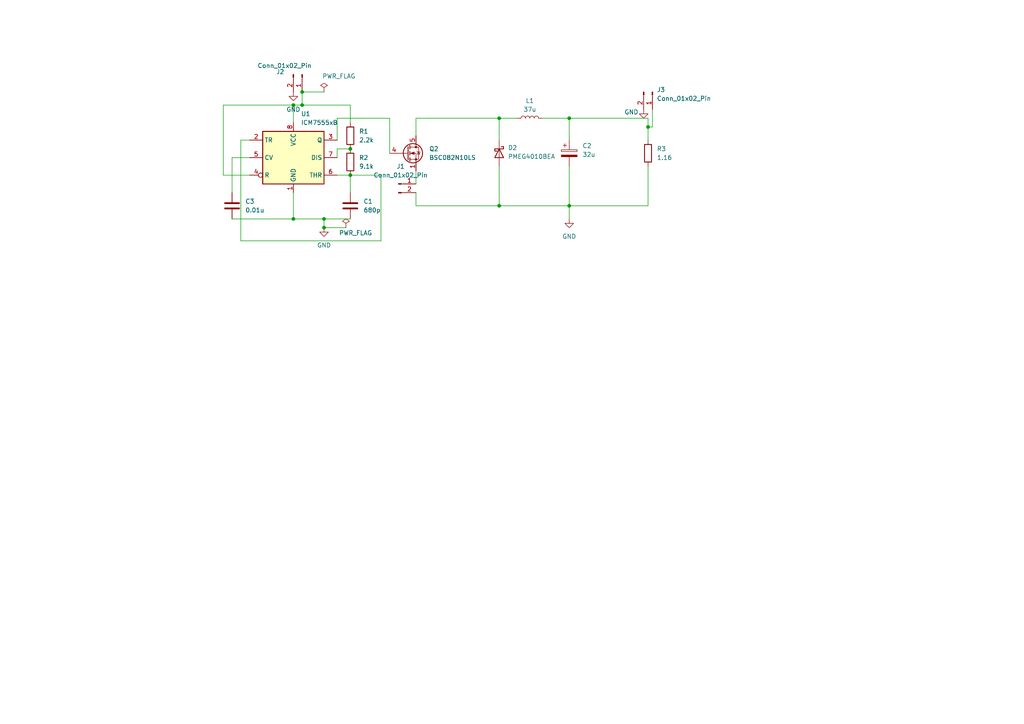
<source format=kicad_sch>
(kicad_sch
	(version 20231120)
	(generator "eeschema")
	(generator_version "8.0")
	(uuid "0f7327a1-8d3a-4ca4-9b7e-fc1bdb38d4ed")
	(paper "A4")
	(lib_symbols
		(symbol "Connector:Conn_01x02_Pin"
			(pin_names
				(offset 1.016) hide)
			(exclude_from_sim no)
			(in_bom yes)
			(on_board yes)
			(property "Reference" "J"
				(at 0 2.54 0)
				(effects
					(font
						(size 1.27 1.27)
					)
				)
			)
			(property "Value" "Conn_01x02_Pin"
				(at 0 -5.08 0)
				(effects
					(font
						(size 1.27 1.27)
					)
				)
			)
			(property "Footprint" ""
				(at 0 0 0)
				(effects
					(font
						(size 1.27 1.27)
					)
					(hide yes)
				)
			)
			(property "Datasheet" "~"
				(at 0 0 0)
				(effects
					(font
						(size 1.27 1.27)
					)
					(hide yes)
				)
			)
			(property "Description" "Generic connector, single row, 01x02, script generated"
				(at 0 0 0)
				(effects
					(font
						(size 1.27 1.27)
					)
					(hide yes)
				)
			)
			(property "ki_locked" ""
				(at 0 0 0)
				(effects
					(font
						(size 1.27 1.27)
					)
				)
			)
			(property "ki_keywords" "connector"
				(at 0 0 0)
				(effects
					(font
						(size 1.27 1.27)
					)
					(hide yes)
				)
			)
			(property "ki_fp_filters" "Connector*:*_1x??_*"
				(at 0 0 0)
				(effects
					(font
						(size 1.27 1.27)
					)
					(hide yes)
				)
			)
			(symbol "Conn_01x02_Pin_1_1"
				(polyline
					(pts
						(xy 1.27 -2.54) (xy 0.8636 -2.54)
					)
					(stroke
						(width 0.1524)
						(type default)
					)
					(fill
						(type none)
					)
				)
				(polyline
					(pts
						(xy 1.27 0) (xy 0.8636 0)
					)
					(stroke
						(width 0.1524)
						(type default)
					)
					(fill
						(type none)
					)
				)
				(rectangle
					(start 0.8636 -2.413)
					(end 0 -2.667)
					(stroke
						(width 0.1524)
						(type default)
					)
					(fill
						(type outline)
					)
				)
				(rectangle
					(start 0.8636 0.127)
					(end 0 -0.127)
					(stroke
						(width 0.1524)
						(type default)
					)
					(fill
						(type outline)
					)
				)
				(pin passive line
					(at 5.08 0 180)
					(length 3.81)
					(name "Pin_1"
						(effects
							(font
								(size 1.27 1.27)
							)
						)
					)
					(number "1"
						(effects
							(font
								(size 1.27 1.27)
							)
						)
					)
				)
				(pin passive line
					(at 5.08 -2.54 180)
					(length 3.81)
					(name "Pin_2"
						(effects
							(font
								(size 1.27 1.27)
							)
						)
					)
					(number "2"
						(effects
							(font
								(size 1.27 1.27)
							)
						)
					)
				)
			)
		)
		(symbol "Device:C"
			(pin_numbers hide)
			(pin_names
				(offset 0.254)
			)
			(exclude_from_sim no)
			(in_bom yes)
			(on_board yes)
			(property "Reference" "C"
				(at 0.635 2.54 0)
				(effects
					(font
						(size 1.27 1.27)
					)
					(justify left)
				)
			)
			(property "Value" "C"
				(at 0.635 -2.54 0)
				(effects
					(font
						(size 1.27 1.27)
					)
					(justify left)
				)
			)
			(property "Footprint" ""
				(at 0.9652 -3.81 0)
				(effects
					(font
						(size 1.27 1.27)
					)
					(hide yes)
				)
			)
			(property "Datasheet" "~"
				(at 0 0 0)
				(effects
					(font
						(size 1.27 1.27)
					)
					(hide yes)
				)
			)
			(property "Description" "Unpolarized capacitor"
				(at 0 0 0)
				(effects
					(font
						(size 1.27 1.27)
					)
					(hide yes)
				)
			)
			(property "ki_keywords" "cap capacitor"
				(at 0 0 0)
				(effects
					(font
						(size 1.27 1.27)
					)
					(hide yes)
				)
			)
			(property "ki_fp_filters" "C_*"
				(at 0 0 0)
				(effects
					(font
						(size 1.27 1.27)
					)
					(hide yes)
				)
			)
			(symbol "C_0_1"
				(polyline
					(pts
						(xy -2.032 -0.762) (xy 2.032 -0.762)
					)
					(stroke
						(width 0.508)
						(type default)
					)
					(fill
						(type none)
					)
				)
				(polyline
					(pts
						(xy -2.032 0.762) (xy 2.032 0.762)
					)
					(stroke
						(width 0.508)
						(type default)
					)
					(fill
						(type none)
					)
				)
			)
			(symbol "C_1_1"
				(pin passive line
					(at 0 3.81 270)
					(length 2.794)
					(name "~"
						(effects
							(font
								(size 1.27 1.27)
							)
						)
					)
					(number "1"
						(effects
							(font
								(size 1.27 1.27)
							)
						)
					)
				)
				(pin passive line
					(at 0 -3.81 90)
					(length 2.794)
					(name "~"
						(effects
							(font
								(size 1.27 1.27)
							)
						)
					)
					(number "2"
						(effects
							(font
								(size 1.27 1.27)
							)
						)
					)
				)
			)
		)
		(symbol "Device:C_Polarized"
			(pin_numbers hide)
			(pin_names
				(offset 0.254)
			)
			(exclude_from_sim no)
			(in_bom yes)
			(on_board yes)
			(property "Reference" "C"
				(at 0.635 2.54 0)
				(effects
					(font
						(size 1.27 1.27)
					)
					(justify left)
				)
			)
			(property "Value" "C_Polarized"
				(at 0.635 -2.54 0)
				(effects
					(font
						(size 1.27 1.27)
					)
					(justify left)
				)
			)
			(property "Footprint" ""
				(at 0.9652 -3.81 0)
				(effects
					(font
						(size 1.27 1.27)
					)
					(hide yes)
				)
			)
			(property "Datasheet" "~"
				(at 0 0 0)
				(effects
					(font
						(size 1.27 1.27)
					)
					(hide yes)
				)
			)
			(property "Description" "Polarized capacitor"
				(at 0 0 0)
				(effects
					(font
						(size 1.27 1.27)
					)
					(hide yes)
				)
			)
			(property "ki_keywords" "cap capacitor"
				(at 0 0 0)
				(effects
					(font
						(size 1.27 1.27)
					)
					(hide yes)
				)
			)
			(property "ki_fp_filters" "CP_*"
				(at 0 0 0)
				(effects
					(font
						(size 1.27 1.27)
					)
					(hide yes)
				)
			)
			(symbol "C_Polarized_0_1"
				(rectangle
					(start -2.286 0.508)
					(end 2.286 1.016)
					(stroke
						(width 0)
						(type default)
					)
					(fill
						(type none)
					)
				)
				(polyline
					(pts
						(xy -1.778 2.286) (xy -0.762 2.286)
					)
					(stroke
						(width 0)
						(type default)
					)
					(fill
						(type none)
					)
				)
				(polyline
					(pts
						(xy -1.27 2.794) (xy -1.27 1.778)
					)
					(stroke
						(width 0)
						(type default)
					)
					(fill
						(type none)
					)
				)
				(rectangle
					(start 2.286 -0.508)
					(end -2.286 -1.016)
					(stroke
						(width 0)
						(type default)
					)
					(fill
						(type outline)
					)
				)
			)
			(symbol "C_Polarized_1_1"
				(pin passive line
					(at 0 3.81 270)
					(length 2.794)
					(name "~"
						(effects
							(font
								(size 1.27 1.27)
							)
						)
					)
					(number "1"
						(effects
							(font
								(size 1.27 1.27)
							)
						)
					)
				)
				(pin passive line
					(at 0 -3.81 90)
					(length 2.794)
					(name "~"
						(effects
							(font
								(size 1.27 1.27)
							)
						)
					)
					(number "2"
						(effects
							(font
								(size 1.27 1.27)
							)
						)
					)
				)
			)
		)
		(symbol "Device:L"
			(pin_numbers hide)
			(pin_names
				(offset 1.016) hide)
			(exclude_from_sim no)
			(in_bom yes)
			(on_board yes)
			(property "Reference" "L"
				(at -1.27 0 90)
				(effects
					(font
						(size 1.27 1.27)
					)
				)
			)
			(property "Value" "L"
				(at 1.905 0 90)
				(effects
					(font
						(size 1.27 1.27)
					)
				)
			)
			(property "Footprint" ""
				(at 0 0 0)
				(effects
					(font
						(size 1.27 1.27)
					)
					(hide yes)
				)
			)
			(property "Datasheet" "~"
				(at 0 0 0)
				(effects
					(font
						(size 1.27 1.27)
					)
					(hide yes)
				)
			)
			(property "Description" "Inductor"
				(at 0 0 0)
				(effects
					(font
						(size 1.27 1.27)
					)
					(hide yes)
				)
			)
			(property "ki_keywords" "inductor choke coil reactor magnetic"
				(at 0 0 0)
				(effects
					(font
						(size 1.27 1.27)
					)
					(hide yes)
				)
			)
			(property "ki_fp_filters" "Choke_* *Coil* Inductor_* L_*"
				(at 0 0 0)
				(effects
					(font
						(size 1.27 1.27)
					)
					(hide yes)
				)
			)
			(symbol "L_0_1"
				(arc
					(start 0 -2.54)
					(mid 0.6323 -1.905)
					(end 0 -1.27)
					(stroke
						(width 0)
						(type default)
					)
					(fill
						(type none)
					)
				)
				(arc
					(start 0 -1.27)
					(mid 0.6323 -0.635)
					(end 0 0)
					(stroke
						(width 0)
						(type default)
					)
					(fill
						(type none)
					)
				)
				(arc
					(start 0 0)
					(mid 0.6323 0.635)
					(end 0 1.27)
					(stroke
						(width 0)
						(type default)
					)
					(fill
						(type none)
					)
				)
				(arc
					(start 0 1.27)
					(mid 0.6323 1.905)
					(end 0 2.54)
					(stroke
						(width 0)
						(type default)
					)
					(fill
						(type none)
					)
				)
			)
			(symbol "L_1_1"
				(pin passive line
					(at 0 3.81 270)
					(length 1.27)
					(name "1"
						(effects
							(font
								(size 1.27 1.27)
							)
						)
					)
					(number "1"
						(effects
							(font
								(size 1.27 1.27)
							)
						)
					)
				)
				(pin passive line
					(at 0 -3.81 90)
					(length 1.27)
					(name "2"
						(effects
							(font
								(size 1.27 1.27)
							)
						)
					)
					(number "2"
						(effects
							(font
								(size 1.27 1.27)
							)
						)
					)
				)
			)
		)
		(symbol "Device:R"
			(pin_numbers hide)
			(pin_names
				(offset 0)
			)
			(exclude_from_sim no)
			(in_bom yes)
			(on_board yes)
			(property "Reference" "R"
				(at 2.032 0 90)
				(effects
					(font
						(size 1.27 1.27)
					)
				)
			)
			(property "Value" "R"
				(at 0 0 90)
				(effects
					(font
						(size 1.27 1.27)
					)
				)
			)
			(property "Footprint" ""
				(at -1.778 0 90)
				(effects
					(font
						(size 1.27 1.27)
					)
					(hide yes)
				)
			)
			(property "Datasheet" "~"
				(at 0 0 0)
				(effects
					(font
						(size 1.27 1.27)
					)
					(hide yes)
				)
			)
			(property "Description" "Resistor"
				(at 0 0 0)
				(effects
					(font
						(size 1.27 1.27)
					)
					(hide yes)
				)
			)
			(property "ki_keywords" "R res resistor"
				(at 0 0 0)
				(effects
					(font
						(size 1.27 1.27)
					)
					(hide yes)
				)
			)
			(property "ki_fp_filters" "R_*"
				(at 0 0 0)
				(effects
					(font
						(size 1.27 1.27)
					)
					(hide yes)
				)
			)
			(symbol "R_0_1"
				(rectangle
					(start -1.016 -2.54)
					(end 1.016 2.54)
					(stroke
						(width 0.254)
						(type default)
					)
					(fill
						(type none)
					)
				)
			)
			(symbol "R_1_1"
				(pin passive line
					(at 0 3.81 270)
					(length 1.27)
					(name "~"
						(effects
							(font
								(size 1.27 1.27)
							)
						)
					)
					(number "1"
						(effects
							(font
								(size 1.27 1.27)
							)
						)
					)
				)
				(pin passive line
					(at 0 -3.81 90)
					(length 1.27)
					(name "~"
						(effects
							(font
								(size 1.27 1.27)
							)
						)
					)
					(number "2"
						(effects
							(font
								(size 1.27 1.27)
							)
						)
					)
				)
			)
		)
		(symbol "Diode:MBR0540"
			(pin_numbers hide)
			(pin_names
				(offset 1.016) hide)
			(exclude_from_sim no)
			(in_bom yes)
			(on_board yes)
			(property "Reference" "D"
				(at 0 2.54 0)
				(effects
					(font
						(size 1.27 1.27)
					)
				)
			)
			(property "Value" "MBR0540"
				(at 0 -2.54 0)
				(effects
					(font
						(size 1.27 1.27)
					)
				)
			)
			(property "Footprint" "Diode_SMD:D_SOD-123"
				(at 0 -4.445 0)
				(effects
					(font
						(size 1.27 1.27)
					)
					(hide yes)
				)
			)
			(property "Datasheet" "http://www.mccsemi.com/up_pdf/MBR0520~MBR0580(SOD123).pdf"
				(at 0 0 0)
				(effects
					(font
						(size 1.27 1.27)
					)
					(hide yes)
				)
			)
			(property "Description" "40V 0.5A Schottky Power Rectifier Diode, SOD-123"
				(at 0 0 0)
				(effects
					(font
						(size 1.27 1.27)
					)
					(hide yes)
				)
			)
			(property "ki_keywords" "diode Schottky"
				(at 0 0 0)
				(effects
					(font
						(size 1.27 1.27)
					)
					(hide yes)
				)
			)
			(property "ki_fp_filters" "D*SOD?123*"
				(at 0 0 0)
				(effects
					(font
						(size 1.27 1.27)
					)
					(hide yes)
				)
			)
			(symbol "MBR0540_0_1"
				(polyline
					(pts
						(xy 1.27 0) (xy -1.27 0)
					)
					(stroke
						(width 0)
						(type default)
					)
					(fill
						(type none)
					)
				)
				(polyline
					(pts
						(xy 1.27 1.27) (xy 1.27 -1.27) (xy -1.27 0) (xy 1.27 1.27)
					)
					(stroke
						(width 0.254)
						(type default)
					)
					(fill
						(type none)
					)
				)
				(polyline
					(pts
						(xy -1.905 0.635) (xy -1.905 1.27) (xy -1.27 1.27) (xy -1.27 -1.27) (xy -0.635 -1.27) (xy -0.635 -0.635)
					)
					(stroke
						(width 0.254)
						(type default)
					)
					(fill
						(type none)
					)
				)
			)
			(symbol "MBR0540_1_1"
				(pin passive line
					(at -3.81 0 0)
					(length 2.54)
					(name "K"
						(effects
							(font
								(size 1.27 1.27)
							)
						)
					)
					(number "1"
						(effects
							(font
								(size 1.27 1.27)
							)
						)
					)
				)
				(pin passive line
					(at 3.81 0 180)
					(length 2.54)
					(name "A"
						(effects
							(font
								(size 1.27 1.27)
							)
						)
					)
					(number "2"
						(effects
							(font
								(size 1.27 1.27)
							)
						)
					)
				)
			)
		)
		(symbol "Timer:ICM7555xB"
			(exclude_from_sim no)
			(in_bom yes)
			(on_board yes)
			(property "Reference" "U"
				(at -10.16 8.89 0)
				(effects
					(font
						(size 1.27 1.27)
					)
					(justify left)
				)
			)
			(property "Value" "ICM7555xB"
				(at 2.54 8.89 0)
				(effects
					(font
						(size 1.27 1.27)
					)
					(justify left)
				)
			)
			(property "Footprint" "Package_SO:SOIC-8_3.9x4.9mm_P1.27mm"
				(at 21.59 -10.16 0)
				(effects
					(font
						(size 1.27 1.27)
					)
					(hide yes)
				)
			)
			(property "Datasheet" "http://www.intersil.com/content/dam/Intersil/documents/icm7/icm7555-56.pdf"
				(at 21.59 -10.16 0)
				(effects
					(font
						(size 1.27 1.27)
					)
					(hide yes)
				)
			)
			(property "Description" "CMOS General Purpose Timer, 555 compatible, SOIC-8"
				(at 0 0 0)
				(effects
					(font
						(size 1.27 1.27)
					)
					(hide yes)
				)
			)
			(property "ki_keywords" "single timer 555"
				(at 0 0 0)
				(effects
					(font
						(size 1.27 1.27)
					)
					(hide yes)
				)
			)
			(property "ki_fp_filters" "SOIC*3.9x4.9mm*P1.27mm*"
				(at 0 0 0)
				(effects
					(font
						(size 1.27 1.27)
					)
					(hide yes)
				)
			)
			(symbol "ICM7555xB_0_0"
				(pin power_in line
					(at 0 -10.16 90)
					(length 2.54)
					(name "GND"
						(effects
							(font
								(size 1.27 1.27)
							)
						)
					)
					(number "1"
						(effects
							(font
								(size 1.27 1.27)
							)
						)
					)
				)
				(pin power_in line
					(at 0 10.16 270)
					(length 2.54)
					(name "VCC"
						(effects
							(font
								(size 1.27 1.27)
							)
						)
					)
					(number "8"
						(effects
							(font
								(size 1.27 1.27)
							)
						)
					)
				)
			)
			(symbol "ICM7555xB_0_1"
				(rectangle
					(start -8.89 -7.62)
					(end 8.89 7.62)
					(stroke
						(width 0.254)
						(type default)
					)
					(fill
						(type background)
					)
				)
				(rectangle
					(start -8.89 -7.62)
					(end 8.89 7.62)
					(stroke
						(width 0.254)
						(type default)
					)
					(fill
						(type background)
					)
				)
			)
			(symbol "ICM7555xB_1_1"
				(pin input line
					(at -12.7 5.08 0)
					(length 3.81)
					(name "TR"
						(effects
							(font
								(size 1.27 1.27)
							)
						)
					)
					(number "2"
						(effects
							(font
								(size 1.27 1.27)
							)
						)
					)
				)
				(pin output line
					(at 12.7 5.08 180)
					(length 3.81)
					(name "Q"
						(effects
							(font
								(size 1.27 1.27)
							)
						)
					)
					(number "3"
						(effects
							(font
								(size 1.27 1.27)
							)
						)
					)
				)
				(pin input inverted
					(at -12.7 -5.08 0)
					(length 3.81)
					(name "R"
						(effects
							(font
								(size 1.27 1.27)
							)
						)
					)
					(number "4"
						(effects
							(font
								(size 1.27 1.27)
							)
						)
					)
				)
				(pin input line
					(at -12.7 0 0)
					(length 3.81)
					(name "CV"
						(effects
							(font
								(size 1.27 1.27)
							)
						)
					)
					(number "5"
						(effects
							(font
								(size 1.27 1.27)
							)
						)
					)
				)
				(pin input line
					(at 12.7 -5.08 180)
					(length 3.81)
					(name "THR"
						(effects
							(font
								(size 1.27 1.27)
							)
						)
					)
					(number "6"
						(effects
							(font
								(size 1.27 1.27)
							)
						)
					)
				)
				(pin input line
					(at 12.7 0 180)
					(length 3.81)
					(name "DIS"
						(effects
							(font
								(size 1.27 1.27)
							)
						)
					)
					(number "7"
						(effects
							(font
								(size 1.27 1.27)
							)
						)
					)
				)
			)
		)
		(symbol "Transistor_FET:BSC060N10NS3G"
			(pin_names hide)
			(exclude_from_sim no)
			(in_bom yes)
			(on_board yes)
			(property "Reference" "Q"
				(at 5.08 1.905 0)
				(effects
					(font
						(size 1.27 1.27)
					)
					(justify left)
				)
			)
			(property "Value" "BSC060N10NS3G"
				(at 5.08 0 0)
				(effects
					(font
						(size 1.27 1.27)
					)
					(justify left)
				)
			)
			(property "Footprint" "Package_TO_SOT_SMD:TDSON-8-1"
				(at 5.08 -1.905 0)
				(effects
					(font
						(size 1.27 1.27)
						(italic yes)
					)
					(justify left)
					(hide yes)
				)
			)
			(property "Datasheet" "http://www.infineon.com/dgdl/Infineon-BSC060N10NS3-DS-v02_04-en.pdf?fileId=db3a30431ce5fb52011d1aab7f90133a"
				(at 5.08 -3.81 0)
				(effects
					(font
						(size 1.27 1.27)
					)
					(justify left)
					(hide yes)
				)
			)
			(property "Description" "90A Id, 100V Vds, OptiMOS N-Channel Power MOSFET, 6.0mOhm Ron, Qg (typ) 51.0nC, PG-TDSON-8"
				(at 0 0 0)
				(effects
					(font
						(size 1.27 1.27)
					)
					(hide yes)
				)
			)
			(property "ki_keywords" "OptiMOS Power MOSFET N-MOS"
				(at 0 0 0)
				(effects
					(font
						(size 1.27 1.27)
					)
					(hide yes)
				)
			)
			(property "ki_fp_filters" "TDSON*"
				(at 0 0 0)
				(effects
					(font
						(size 1.27 1.27)
					)
					(hide yes)
				)
			)
			(symbol "BSC060N10NS3G_0_1"
				(polyline
					(pts
						(xy 0.254 0) (xy -2.54 0)
					)
					(stroke
						(width 0)
						(type default)
					)
					(fill
						(type none)
					)
				)
				(polyline
					(pts
						(xy 0.254 1.905) (xy 0.254 -1.905)
					)
					(stroke
						(width 0.254)
						(type default)
					)
					(fill
						(type none)
					)
				)
				(polyline
					(pts
						(xy 0.762 -1.27) (xy 0.762 -2.286)
					)
					(stroke
						(width 0.254)
						(type default)
					)
					(fill
						(type none)
					)
				)
				(polyline
					(pts
						(xy 0.762 0.508) (xy 0.762 -0.508)
					)
					(stroke
						(width 0.254)
						(type default)
					)
					(fill
						(type none)
					)
				)
				(polyline
					(pts
						(xy 0.762 2.286) (xy 0.762 1.27)
					)
					(stroke
						(width 0.254)
						(type default)
					)
					(fill
						(type none)
					)
				)
				(polyline
					(pts
						(xy 2.54 2.54) (xy 2.54 1.778)
					)
					(stroke
						(width 0)
						(type default)
					)
					(fill
						(type none)
					)
				)
				(polyline
					(pts
						(xy 2.54 -2.54) (xy 2.54 0) (xy 0.762 0)
					)
					(stroke
						(width 0)
						(type default)
					)
					(fill
						(type none)
					)
				)
				(polyline
					(pts
						(xy 0.762 -1.778) (xy 3.302 -1.778) (xy 3.302 1.778) (xy 0.762 1.778)
					)
					(stroke
						(width 0)
						(type default)
					)
					(fill
						(type none)
					)
				)
				(polyline
					(pts
						(xy 1.016 0) (xy 2.032 0.381) (xy 2.032 -0.381) (xy 1.016 0)
					)
					(stroke
						(width 0)
						(type default)
					)
					(fill
						(type outline)
					)
				)
				(polyline
					(pts
						(xy 2.794 0.508) (xy 2.921 0.381) (xy 3.683 0.381) (xy 3.81 0.254)
					)
					(stroke
						(width 0)
						(type default)
					)
					(fill
						(type none)
					)
				)
				(polyline
					(pts
						(xy 3.302 0.381) (xy 2.921 -0.254) (xy 3.683 -0.254) (xy 3.302 0.381)
					)
					(stroke
						(width 0)
						(type default)
					)
					(fill
						(type none)
					)
				)
				(circle
					(center 1.651 0)
					(radius 2.794)
					(stroke
						(width 0.254)
						(type default)
					)
					(fill
						(type none)
					)
				)
				(circle
					(center 2.54 -1.778)
					(radius 0.254)
					(stroke
						(width 0)
						(type default)
					)
					(fill
						(type outline)
					)
				)
				(circle
					(center 2.54 1.778)
					(radius 0.254)
					(stroke
						(width 0)
						(type default)
					)
					(fill
						(type outline)
					)
				)
			)
			(symbol "BSC060N10NS3G_1_1"
				(pin passive line
					(at 2.54 -5.08 90)
					(length 2.54)
					(name "S"
						(effects
							(font
								(size 1.27 1.27)
							)
						)
					)
					(number "1"
						(effects
							(font
								(size 1.27 1.27)
							)
						)
					)
				)
				(pin passive line
					(at 2.54 -5.08 90)
					(length 2.54) hide
					(name "S"
						(effects
							(font
								(size 1.27 1.27)
							)
						)
					)
					(number "2"
						(effects
							(font
								(size 1.27 1.27)
							)
						)
					)
				)
				(pin passive line
					(at 2.54 -5.08 90)
					(length 2.54) hide
					(name "S"
						(effects
							(font
								(size 1.27 1.27)
							)
						)
					)
					(number "3"
						(effects
							(font
								(size 1.27 1.27)
							)
						)
					)
				)
				(pin passive line
					(at -5.08 0 0)
					(length 2.54)
					(name "G"
						(effects
							(font
								(size 1.27 1.27)
							)
						)
					)
					(number "4"
						(effects
							(font
								(size 1.27 1.27)
							)
						)
					)
				)
				(pin passive line
					(at 2.54 5.08 270)
					(length 2.54)
					(name "D"
						(effects
							(font
								(size 1.27 1.27)
							)
						)
					)
					(number "5"
						(effects
							(font
								(size 1.27 1.27)
							)
						)
					)
				)
			)
		)
		(symbol "power:GND"
			(power)
			(pin_numbers hide)
			(pin_names
				(offset 0) hide)
			(exclude_from_sim no)
			(in_bom yes)
			(on_board yes)
			(property "Reference" "#PWR"
				(at 0 -6.35 0)
				(effects
					(font
						(size 1.27 1.27)
					)
					(hide yes)
				)
			)
			(property "Value" "GND"
				(at 0 -3.81 0)
				(effects
					(font
						(size 1.27 1.27)
					)
				)
			)
			(property "Footprint" ""
				(at 0 0 0)
				(effects
					(font
						(size 1.27 1.27)
					)
					(hide yes)
				)
			)
			(property "Datasheet" ""
				(at 0 0 0)
				(effects
					(font
						(size 1.27 1.27)
					)
					(hide yes)
				)
			)
			(property "Description" "Power symbol creates a global label with name \"GND\" , ground"
				(at 0 0 0)
				(effects
					(font
						(size 1.27 1.27)
					)
					(hide yes)
				)
			)
			(property "ki_keywords" "global power"
				(at 0 0 0)
				(effects
					(font
						(size 1.27 1.27)
					)
					(hide yes)
				)
			)
			(symbol "GND_0_1"
				(polyline
					(pts
						(xy 0 0) (xy 0 -1.27) (xy 1.27 -1.27) (xy 0 -2.54) (xy -1.27 -1.27) (xy 0 -1.27)
					)
					(stroke
						(width 0)
						(type default)
					)
					(fill
						(type none)
					)
				)
			)
			(symbol "GND_1_1"
				(pin power_in line
					(at 0 0 270)
					(length 0)
					(name "~"
						(effects
							(font
								(size 1.27 1.27)
							)
						)
					)
					(number "1"
						(effects
							(font
								(size 1.27 1.27)
							)
						)
					)
				)
			)
		)
		(symbol "power:PWR_FLAG"
			(power)
			(pin_numbers hide)
			(pin_names
				(offset 0) hide)
			(exclude_from_sim no)
			(in_bom yes)
			(on_board yes)
			(property "Reference" "#FLG"
				(at 0 1.905 0)
				(effects
					(font
						(size 1.27 1.27)
					)
					(hide yes)
				)
			)
			(property "Value" "PWR_FLAG"
				(at 0 3.81 0)
				(effects
					(font
						(size 1.27 1.27)
					)
				)
			)
			(property "Footprint" ""
				(at 0 0 0)
				(effects
					(font
						(size 1.27 1.27)
					)
					(hide yes)
				)
			)
			(property "Datasheet" "~"
				(at 0 0 0)
				(effects
					(font
						(size 1.27 1.27)
					)
					(hide yes)
				)
			)
			(property "Description" "Special symbol for telling ERC where power comes from"
				(at 0 0 0)
				(effects
					(font
						(size 1.27 1.27)
					)
					(hide yes)
				)
			)
			(property "ki_keywords" "flag power"
				(at 0 0 0)
				(effects
					(font
						(size 1.27 1.27)
					)
					(hide yes)
				)
			)
			(symbol "PWR_FLAG_0_0"
				(pin power_out line
					(at 0 0 90)
					(length 0)
					(name "~"
						(effects
							(font
								(size 1.27 1.27)
							)
						)
					)
					(number "1"
						(effects
							(font
								(size 1.27 1.27)
							)
						)
					)
				)
			)
			(symbol "PWR_FLAG_0_1"
				(polyline
					(pts
						(xy 0 0) (xy 0 1.27) (xy -1.016 1.905) (xy 0 2.54) (xy 1.016 1.905) (xy 0 1.27)
					)
					(stroke
						(width 0)
						(type default)
					)
					(fill
						(type none)
					)
				)
			)
		)
	)
	(junction
		(at 87.63 30.48)
		(diameter 0)
		(color 0 0 0 0)
		(uuid "0109ed62-386d-4af7-93eb-c69ce0478499")
	)
	(junction
		(at 85.09 30.48)
		(diameter 0)
		(color 0 0 0 0)
		(uuid "0a8a8d8b-b43f-4c44-a1b2-7a018de47c9f")
	)
	(junction
		(at 144.78 59.69)
		(diameter 0)
		(color 0 0 0 0)
		(uuid "0c0ffd33-876e-483f-9d60-e7d51453b7a6")
	)
	(junction
		(at 101.6 43.18)
		(diameter 0)
		(color 0 0 0 0)
		(uuid "0dbc2e0c-0f3d-4204-b5fe-5f1e76655936")
	)
	(junction
		(at 85.09 63.5)
		(diameter 0)
		(color 0 0 0 0)
		(uuid "4283651e-b60c-4390-9ae8-c20bae221136")
	)
	(junction
		(at 165.1 34.29)
		(diameter 0)
		(color 0 0 0 0)
		(uuid "79d95d02-8f33-42da-b613-7fc4a10bb6ce")
	)
	(junction
		(at 187.96 36.83)
		(diameter 0)
		(color 0 0 0 0)
		(uuid "8429f43c-8206-42a9-97cb-e9c3b6bfac93")
	)
	(junction
		(at 87.63 26.67)
		(diameter 0)
		(color 0 0 0 0)
		(uuid "ada4306d-ff31-4d09-ac44-eb0d1004af9a")
	)
	(junction
		(at 93.98 66.04)
		(diameter 0)
		(color 0 0 0 0)
		(uuid "b1bafadd-6365-4e7b-b758-fa07b19cd1ef")
	)
	(junction
		(at 101.6 50.8)
		(diameter 0)
		(color 0 0 0 0)
		(uuid "c3089dc2-2aa5-40f9-b465-1f1abd006a59")
	)
	(junction
		(at 165.1 59.69)
		(diameter 0)
		(color 0 0 0 0)
		(uuid "cd423450-7fba-48a5-a156-49d7c6b59c0e")
	)
	(junction
		(at 93.98 63.5)
		(diameter 0)
		(color 0 0 0 0)
		(uuid "dccae92f-43b1-4c2b-af56-b5b869ecef9b")
	)
	(junction
		(at 144.78 34.29)
		(diameter 0)
		(color 0 0 0 0)
		(uuid "e2b316ec-98bf-4861-9c5a-6e4e1b7702a1")
	)
	(wire
		(pts
			(xy 101.6 50.8) (xy 101.6 55.88)
		)
		(stroke
			(width 0)
			(type default)
		)
		(uuid "09b85076-d2f8-4471-82d3-7510268190f2")
	)
	(wire
		(pts
			(xy 97.79 50.8) (xy 101.6 50.8)
		)
		(stroke
			(width 0)
			(type default)
		)
		(uuid "0f41d022-0ad5-4498-a3cd-36cc018b5df5")
	)
	(wire
		(pts
			(xy 187.96 34.29) (xy 187.96 36.83)
		)
		(stroke
			(width 0)
			(type default)
		)
		(uuid "13116ae2-a4ce-4cac-adcf-fde76110b7eb")
	)
	(wire
		(pts
			(xy 85.09 30.48) (xy 85.09 35.56)
		)
		(stroke
			(width 0)
			(type default)
		)
		(uuid "15bee572-a3c3-4cf5-b3bb-818ae5d38ce9")
	)
	(wire
		(pts
			(xy 87.63 26.67) (xy 93.98 26.67)
		)
		(stroke
			(width 0)
			(type default)
		)
		(uuid "1b851554-a571-4c8f-b904-9ad610848046")
	)
	(wire
		(pts
			(xy 189.23 36.83) (xy 187.96 36.83)
		)
		(stroke
			(width 0)
			(type default)
		)
		(uuid "2349ab05-5bbc-4f67-8075-fb69250161e5")
	)
	(wire
		(pts
			(xy 97.79 43.18) (xy 101.6 43.18)
		)
		(stroke
			(width 0)
			(type default)
		)
		(uuid "2dba036b-6857-4d2b-a2c3-779106264e62")
	)
	(wire
		(pts
			(xy 113.03 34.29) (xy 113.03 44.45)
		)
		(stroke
			(width 0)
			(type default)
		)
		(uuid "32a2acfc-e42b-417e-88fe-9a46db5e81ea")
	)
	(wire
		(pts
			(xy 72.39 50.8) (xy 64.77 50.8)
		)
		(stroke
			(width 0)
			(type default)
		)
		(uuid "360274d9-ced6-4937-9971-92d373bc4761")
	)
	(wire
		(pts
			(xy 72.39 45.72) (xy 67.31 45.72)
		)
		(stroke
			(width 0)
			(type default)
		)
		(uuid "3e75fdfd-8134-401b-b14e-5d79275655fc")
	)
	(wire
		(pts
			(xy 101.6 30.48) (xy 87.63 30.48)
		)
		(stroke
			(width 0)
			(type default)
		)
		(uuid "3f7dd47e-22e7-45df-9a49-283630c5edd3")
	)
	(wire
		(pts
			(xy 110.49 50.8) (xy 110.49 69.85)
		)
		(stroke
			(width 0)
			(type default)
		)
		(uuid "3fab9810-ccfb-48ee-b711-76c961c45919")
	)
	(wire
		(pts
			(xy 67.31 45.72) (xy 67.31 55.88)
		)
		(stroke
			(width 0)
			(type default)
		)
		(uuid "447167e2-0166-4ff6-bc05-75a303ccc1ce")
	)
	(wire
		(pts
			(xy 85.09 55.88) (xy 85.09 63.5)
		)
		(stroke
			(width 0)
			(type default)
		)
		(uuid "4ac387d1-cc07-484c-bee8-0f70eaef46e1")
	)
	(wire
		(pts
			(xy 165.1 59.69) (xy 165.1 63.5)
		)
		(stroke
			(width 0)
			(type default)
		)
		(uuid "4c5f16e8-7396-479b-934c-dadde91c8d1e")
	)
	(wire
		(pts
			(xy 165.1 48.26) (xy 165.1 59.69)
		)
		(stroke
			(width 0)
			(type default)
		)
		(uuid "4f7f7fae-0cf5-4678-841c-0a098bc13e08")
	)
	(wire
		(pts
			(xy 144.78 59.69) (xy 165.1 59.69)
		)
		(stroke
			(width 0)
			(type default)
		)
		(uuid "55c3f1f6-272b-43e9-967d-5f5b74d0127d")
	)
	(wire
		(pts
			(xy 165.1 34.29) (xy 187.96 34.29)
		)
		(stroke
			(width 0)
			(type default)
		)
		(uuid "5c8cd9a4-7366-4795-a5b8-4244175d0ca1")
	)
	(wire
		(pts
			(xy 64.77 30.48) (xy 85.09 30.48)
		)
		(stroke
			(width 0)
			(type default)
		)
		(uuid "66df142b-e66a-4304-baba-a4a35c435545")
	)
	(wire
		(pts
			(xy 144.78 34.29) (xy 149.86 34.29)
		)
		(stroke
			(width 0)
			(type default)
		)
		(uuid "67a21e05-a009-46ae-9e93-65d660f29695")
	)
	(wire
		(pts
			(xy 69.85 69.85) (xy 69.85 40.64)
		)
		(stroke
			(width 0)
			(type default)
		)
		(uuid "728822bc-4b64-4ee5-82a0-e1d6154abb0d")
	)
	(wire
		(pts
			(xy 165.1 34.29) (xy 165.1 40.64)
		)
		(stroke
			(width 0)
			(type default)
		)
		(uuid "7461c0c8-3a82-4ebc-8a8b-b9ad100e747e")
	)
	(wire
		(pts
			(xy 93.98 66.04) (xy 93.98 63.5)
		)
		(stroke
			(width 0)
			(type default)
		)
		(uuid "793d13b8-0013-4e55-a3a7-de9fe1d3cdee")
	)
	(wire
		(pts
			(xy 120.65 49.53) (xy 120.65 53.34)
		)
		(stroke
			(width 0)
			(type default)
		)
		(uuid "7ebefa4f-9318-4fc5-9042-83003b22bf5c")
	)
	(wire
		(pts
			(xy 97.79 34.29) (xy 113.03 34.29)
		)
		(stroke
			(width 0)
			(type default)
		)
		(uuid "7f40a9ba-d4d0-4475-b8f5-5b3a3cfc1127")
	)
	(wire
		(pts
			(xy 144.78 48.26) (xy 144.78 59.69)
		)
		(stroke
			(width 0)
			(type default)
		)
		(uuid "812612d5-6129-4d12-a548-4e02cf96e26e")
	)
	(wire
		(pts
			(xy 67.31 63.5) (xy 85.09 63.5)
		)
		(stroke
			(width 0)
			(type default)
		)
		(uuid "8c6ca354-3138-41de-943f-1763f58cb99c")
	)
	(wire
		(pts
			(xy 110.49 69.85) (xy 69.85 69.85)
		)
		(stroke
			(width 0)
			(type default)
		)
		(uuid "9ab62fcb-a3cf-4f68-8ca8-7334c646d495")
	)
	(wire
		(pts
			(xy 97.79 40.64) (xy 97.79 34.29)
		)
		(stroke
			(width 0)
			(type default)
		)
		(uuid "a5c2d33c-024b-442e-b687-d9b479b683dd")
	)
	(wire
		(pts
			(xy 187.96 36.83) (xy 187.96 40.64)
		)
		(stroke
			(width 0)
			(type default)
		)
		(uuid "a7f6ff41-d304-47a9-bf8d-656e20a5ab61")
	)
	(wire
		(pts
			(xy 87.63 26.67) (xy 87.63 30.48)
		)
		(stroke
			(width 0)
			(type default)
		)
		(uuid "ad92ff04-47c4-492f-a82c-9b1df2b094d7")
	)
	(wire
		(pts
			(xy 157.48 34.29) (xy 165.1 34.29)
		)
		(stroke
			(width 0)
			(type default)
		)
		(uuid "ae7e4f80-e474-460f-b5c7-609ef32073d1")
	)
	(wire
		(pts
			(xy 120.65 59.69) (xy 144.78 59.69)
		)
		(stroke
			(width 0)
			(type default)
		)
		(uuid "aeb5425f-1cf7-442f-9b9f-fa50b8d325c5")
	)
	(wire
		(pts
			(xy 93.98 63.5) (xy 101.6 63.5)
		)
		(stroke
			(width 0)
			(type default)
		)
		(uuid "b307feb5-0193-4dfb-97c9-81431cbbc472")
	)
	(wire
		(pts
			(xy 64.77 50.8) (xy 64.77 30.48)
		)
		(stroke
			(width 0)
			(type default)
		)
		(uuid "b48e8f1c-1c55-43bd-a832-a2911539b97c")
	)
	(wire
		(pts
			(xy 87.63 30.48) (xy 85.09 30.48)
		)
		(stroke
			(width 0)
			(type default)
		)
		(uuid "ba15785a-419f-4bd8-a249-d62b0862ed49")
	)
	(wire
		(pts
			(xy 120.65 39.37) (xy 120.65 34.29)
		)
		(stroke
			(width 0)
			(type default)
		)
		(uuid "cb034650-b36b-4576-b0a4-f333d9e637c4")
	)
	(wire
		(pts
			(xy 120.65 34.29) (xy 144.78 34.29)
		)
		(stroke
			(width 0)
			(type default)
		)
		(uuid "d4e9577d-2e10-407b-a62f-86b889164592")
	)
	(wire
		(pts
			(xy 144.78 34.29) (xy 144.78 40.64)
		)
		(stroke
			(width 0)
			(type default)
		)
		(uuid "d7f1a5b0-7683-489c-9121-cd01dc925b7f")
	)
	(wire
		(pts
			(xy 189.23 31.75) (xy 189.23 36.83)
		)
		(stroke
			(width 0)
			(type default)
		)
		(uuid "d9c8e9b4-7b29-41cf-a846-3b3d3b72f350")
	)
	(wire
		(pts
			(xy 165.1 59.69) (xy 187.96 59.69)
		)
		(stroke
			(width 0)
			(type default)
		)
		(uuid "e3659fb3-ef71-4a32-9957-40e4ab2e02c2")
	)
	(wire
		(pts
			(xy 101.6 50.8) (xy 110.49 50.8)
		)
		(stroke
			(width 0)
			(type default)
		)
		(uuid "e69e0406-0e03-4ffc-9d3f-7c1b8421159a")
	)
	(wire
		(pts
			(xy 120.65 55.88) (xy 120.65 59.69)
		)
		(stroke
			(width 0)
			(type default)
		)
		(uuid "eb9e7443-cd53-439a-9f3b-dc0adbdd3ea0")
	)
	(wire
		(pts
			(xy 93.98 66.04) (xy 100.33 66.04)
		)
		(stroke
			(width 0)
			(type default)
		)
		(uuid "ed8ad205-de25-43d3-bdd4-f637a5c24ee4")
	)
	(wire
		(pts
			(xy 187.96 59.69) (xy 187.96 48.26)
		)
		(stroke
			(width 0)
			(type default)
		)
		(uuid "ee8f3f68-927b-4a16-934b-21c8bb4aa2de")
	)
	(wire
		(pts
			(xy 97.79 45.72) (xy 97.79 43.18)
		)
		(stroke
			(width 0)
			(type default)
		)
		(uuid "eeebdd3d-1a85-4a46-8089-38756a173bf7")
	)
	(wire
		(pts
			(xy 69.85 40.64) (xy 72.39 40.64)
		)
		(stroke
			(width 0)
			(type default)
		)
		(uuid "f007d67b-ef9c-4c4c-928e-131a83a2e960")
	)
	(wire
		(pts
			(xy 101.6 35.56) (xy 101.6 30.48)
		)
		(stroke
			(width 0)
			(type default)
		)
		(uuid "f2d64185-31c4-4f5a-aaee-3636bd8cef8e")
	)
	(wire
		(pts
			(xy 85.09 63.5) (xy 93.98 63.5)
		)
		(stroke
			(width 0)
			(type default)
		)
		(uuid "fa7f159b-357f-44b3-85fe-8c634f14358b")
	)
	(symbol
		(lib_id "Transistor_FET:BSC060N10NS3G")
		(at 118.11 44.45 0)
		(unit 1)
		(exclude_from_sim no)
		(in_bom yes)
		(on_board yes)
		(dnp no)
		(fields_autoplaced yes)
		(uuid "0b0c461b-64f9-477b-8bec-ebb245d0e297")
		(property "Reference" "Q2"
			(at 124.46 43.1799 0)
			(effects
				(font
					(size 1.27 1.27)
				)
				(justify left)
			)
		)
		(property "Value" "BSC082N10LS"
			(at 124.46 45.7199 0)
			(effects
				(font
					(size 1.27 1.27)
				)
				(justify left)
			)
		)
		(property "Footprint" "Package_TO_SOT_SMD:TDSON-8-1"
			(at 123.19 46.355 0)
			(effects
				(font
					(size 1.27 1.27)
					(italic yes)
				)
				(justify left)
				(hide yes)
			)
		)
		(property "Datasheet" "http://www.infineon.com/dgdl/Infineon-BSC060N10NS3-DS-v02_04-en.pdf?fileId=db3a30431ce5fb52011d1aab7f90133a"
			(at 123.19 48.26 0)
			(effects
				(font
					(size 1.27 1.27)
				)
				(justify left)
				(hide yes)
			)
		)
		(property "Description" "90A Id, 100V Vds, OptiMOS N-Channel Power MOSFET, 6.0mOhm Ron, Qg (typ) 51.0nC, PG-TDSON-8"
			(at 118.11 44.45 0)
			(effects
				(font
					(size 1.27 1.27)
				)
				(hide yes)
			)
		)
		(pin "5"
			(uuid "73beced2-a245-4edf-bd3b-12fbc0adaaef")
		)
		(pin "4"
			(uuid "10b54914-180b-4fae-bc0e-6d56a7b293fb")
		)
		(pin "3"
			(uuid "9f253ae2-6e83-4248-8d2c-3afe46abf70a")
		)
		(pin "1"
			(uuid "a60e9c38-f83c-475f-b370-dbd7fafa0247")
		)
		(pin "2"
			(uuid "44cb526d-3f8d-4c5c-9e11-21e7247606d5")
		)
		(instances
			(project ""
				(path "/0f7327a1-8d3a-4ca4-9b7e-fc1bdb38d4ed"
					(reference "Q2")
					(unit 1)
				)
			)
		)
	)
	(symbol
		(lib_id "power:PWR_FLAG")
		(at 93.98 26.67 0)
		(unit 1)
		(exclude_from_sim no)
		(in_bom yes)
		(on_board yes)
		(dnp no)
		(uuid "131d6437-515d-4d3b-8d77-42e693149677")
		(property "Reference" "#FLG01"
			(at 93.98 24.765 0)
			(effects
				(font
					(size 1.27 1.27)
				)
				(hide yes)
			)
		)
		(property "Value" "PWR_FLAG"
			(at 98.298 22.098 0)
			(effects
				(font
					(size 1.27 1.27)
				)
			)
		)
		(property "Footprint" ""
			(at 93.98 26.67 0)
			(effects
				(font
					(size 1.27 1.27)
				)
				(hide yes)
			)
		)
		(property "Datasheet" "~"
			(at 93.98 26.67 0)
			(effects
				(font
					(size 1.27 1.27)
				)
				(hide yes)
			)
		)
		(property "Description" "Special symbol for telling ERC where power comes from"
			(at 93.98 26.67 0)
			(effects
				(font
					(size 1.27 1.27)
				)
				(hide yes)
			)
		)
		(pin "1"
			(uuid "49f132ab-19d9-4d6e-ab10-49b6a3e9831f")
		)
		(instances
			(project ""
				(path "/0f7327a1-8d3a-4ca4-9b7e-fc1bdb38d4ed"
					(reference "#FLG01")
					(unit 1)
				)
			)
		)
	)
	(symbol
		(lib_id "Device:R")
		(at 101.6 39.37 0)
		(unit 1)
		(exclude_from_sim no)
		(in_bom yes)
		(on_board yes)
		(dnp no)
		(fields_autoplaced yes)
		(uuid "258489b7-e179-4cda-980d-8d52084afe9e")
		(property "Reference" "R1"
			(at 104.14 38.0999 0)
			(effects
				(font
					(size 1.27 1.27)
				)
				(justify left)
			)
		)
		(property "Value" "2.2k"
			(at 104.14 40.6399 0)
			(effects
				(font
					(size 1.27 1.27)
				)
				(justify left)
			)
		)
		(property "Footprint" "Resistor_SMD:R_0201_0603Metric"
			(at 99.822 39.37 90)
			(effects
				(font
					(size 1.27 1.27)
				)
				(hide yes)
			)
		)
		(property "Datasheet" "~"
			(at 101.6 39.37 0)
			(effects
				(font
					(size 1.27 1.27)
				)
				(hide yes)
			)
		)
		(property "Description" "Resistor"
			(at 101.6 39.37 0)
			(effects
				(font
					(size 1.27 1.27)
				)
				(hide yes)
			)
		)
		(pin "2"
			(uuid "117929dd-641b-4213-ab47-29ff6b312a50")
		)
		(pin "1"
			(uuid "51b377fe-8563-439c-9843-227eafe5ddf9")
		)
		(instances
			(project ""
				(path "/0f7327a1-8d3a-4ca4-9b7e-fc1bdb38d4ed"
					(reference "R1")
					(unit 1)
				)
			)
		)
	)
	(symbol
		(lib_id "Device:R")
		(at 101.6 46.99 0)
		(unit 1)
		(exclude_from_sim no)
		(in_bom yes)
		(on_board yes)
		(dnp no)
		(fields_autoplaced yes)
		(uuid "310161a1-f977-49c5-a523-aaf967c5ace5")
		(property "Reference" "R2"
			(at 104.14 45.7199 0)
			(effects
				(font
					(size 1.27 1.27)
				)
				(justify left)
			)
		)
		(property "Value" "9.1k"
			(at 104.14 48.2599 0)
			(effects
				(font
					(size 1.27 1.27)
				)
				(justify left)
			)
		)
		(property "Footprint" "Resistor_SMD:R_0201_0603Metric"
			(at 99.822 46.99 90)
			(effects
				(font
					(size 1.27 1.27)
				)
				(hide yes)
			)
		)
		(property "Datasheet" "~"
			(at 101.6 46.99 0)
			(effects
				(font
					(size 1.27 1.27)
				)
				(hide yes)
			)
		)
		(property "Description" "Resistor"
			(at 101.6 46.99 0)
			(effects
				(font
					(size 1.27 1.27)
				)
				(hide yes)
			)
		)
		(pin "2"
			(uuid "a146fac1-9f7e-4dc7-a71e-e14b3cf6a91e")
		)
		(pin "1"
			(uuid "dfe3b061-f049-47f5-ab34-816101ebe656")
		)
		(instances
			(project ""
				(path "/0f7327a1-8d3a-4ca4-9b7e-fc1bdb38d4ed"
					(reference "R2")
					(unit 1)
				)
			)
		)
	)
	(symbol
		(lib_id "Device:C")
		(at 67.31 59.69 0)
		(unit 1)
		(exclude_from_sim no)
		(in_bom yes)
		(on_board yes)
		(dnp no)
		(fields_autoplaced yes)
		(uuid "454d949b-97d6-4400-b434-024beef8c30f")
		(property "Reference" "C3"
			(at 71.12 58.4199 0)
			(effects
				(font
					(size 1.27 1.27)
				)
				(justify left)
			)
		)
		(property "Value" "0.01u"
			(at 71.12 60.9599 0)
			(effects
				(font
					(size 1.27 1.27)
				)
				(justify left)
			)
		)
		(property "Footprint" "Capacitor_SMD:C_0201_0603Metric"
			(at 68.2752 63.5 0)
			(effects
				(font
					(size 1.27 1.27)
				)
				(hide yes)
			)
		)
		(property "Datasheet" "~"
			(at 67.31 59.69 0)
			(effects
				(font
					(size 1.27 1.27)
				)
				(hide yes)
			)
		)
		(property "Description" "Unpolarized capacitor"
			(at 67.31 59.69 0)
			(effects
				(font
					(size 1.27 1.27)
				)
				(hide yes)
			)
		)
		(pin "1"
			(uuid "e3d07c93-ee12-47af-b42f-837816c6c7b8")
		)
		(pin "2"
			(uuid "fee8d780-9eaf-48f2-a031-7c92362bd02e")
		)
		(instances
			(project "BUCK (1)"
				(path "/0f7327a1-8d3a-4ca4-9b7e-fc1bdb38d4ed"
					(reference "C3")
					(unit 1)
				)
			)
		)
	)
	(symbol
		(lib_id "Connector:Conn_01x02_Pin")
		(at 115.57 53.34 0)
		(unit 1)
		(exclude_from_sim no)
		(in_bom yes)
		(on_board yes)
		(dnp no)
		(fields_autoplaced yes)
		(uuid "5ed344ad-b873-4bc4-a3e5-69cb78105b02")
		(property "Reference" "J1"
			(at 116.205 48.26 0)
			(effects
				(font
					(size 1.27 1.27)
				)
			)
		)
		(property "Value" "Conn_01x02_Pin"
			(at 116.205 50.8 0)
			(effects
				(font
					(size 1.27 1.27)
				)
			)
		)
		(property "Footprint" "Connector:JWT_A3963_1x02_P3.96mm_Vertical"
			(at 115.57 53.34 0)
			(effects
				(font
					(size 1.27 1.27)
				)
				(hide yes)
			)
		)
		(property "Datasheet" "~"
			(at 115.57 53.34 0)
			(effects
				(font
					(size 1.27 1.27)
				)
				(hide yes)
			)
		)
		(property "Description" "Generic connector, single row, 01x02, script generated"
			(at 115.57 53.34 0)
			(effects
				(font
					(size 1.27 1.27)
				)
				(hide yes)
			)
		)
		(pin "1"
			(uuid "aac4e27d-2141-400a-b002-6dc1da9a1b8f")
		)
		(pin "2"
			(uuid "d4b97d38-015a-4e07-a308-9cc85ee1dca1")
		)
		(instances
			(project ""
				(path "/0f7327a1-8d3a-4ca4-9b7e-fc1bdb38d4ed"
					(reference "J1")
					(unit 1)
				)
			)
		)
	)
	(symbol
		(lib_id "Device:R")
		(at 187.96 44.45 0)
		(unit 1)
		(exclude_from_sim no)
		(in_bom yes)
		(on_board yes)
		(dnp no)
		(fields_autoplaced yes)
		(uuid "7d52ae7c-d9eb-4a98-a95d-b57b4c655b4e")
		(property "Reference" "R3"
			(at 190.5 43.1799 0)
			(effects
				(font
					(size 1.27 1.27)
				)
				(justify left)
			)
		)
		(property "Value" "1.16"
			(at 190.5 45.7199 0)
			(effects
				(font
					(size 1.27 1.27)
				)
				(justify left)
			)
		)
		(property "Footprint" "Resistor_SMD:R_0201_0603Metric"
			(at 186.182 44.45 90)
			(effects
				(font
					(size 1.27 1.27)
				)
				(hide yes)
			)
		)
		(property "Datasheet" "~"
			(at 187.96 44.45 0)
			(effects
				(font
					(size 1.27 1.27)
				)
				(hide yes)
			)
		)
		(property "Description" "Resistor"
			(at 187.96 44.45 0)
			(effects
				(font
					(size 1.27 1.27)
				)
				(hide yes)
			)
		)
		(pin "2"
			(uuid "5f206b5b-4ca6-46d8-954c-7c02c7e10324")
		)
		(pin "1"
			(uuid "9e805dcf-1d37-431a-90a5-f2f77a35cb50")
		)
		(instances
			(project ""
				(path "/0f7327a1-8d3a-4ca4-9b7e-fc1bdb38d4ed"
					(reference "R3")
					(unit 1)
				)
			)
		)
	)
	(symbol
		(lib_id "power:GND")
		(at 186.69 31.75 0)
		(unit 1)
		(exclude_from_sim no)
		(in_bom yes)
		(on_board yes)
		(dnp no)
		(uuid "7ee48f79-11c9-45a2-bf4c-118179deedde")
		(property "Reference" "#PWR04"
			(at 186.69 38.1 0)
			(effects
				(font
					(size 1.27 1.27)
				)
				(hide yes)
			)
		)
		(property "Value" "GND"
			(at 183.134 32.512 0)
			(effects
				(font
					(size 1.27 1.27)
				)
			)
		)
		(property "Footprint" ""
			(at 186.69 31.75 0)
			(effects
				(font
					(size 1.27 1.27)
				)
				(hide yes)
			)
		)
		(property "Datasheet" ""
			(at 186.69 31.75 0)
			(effects
				(font
					(size 1.27 1.27)
				)
				(hide yes)
			)
		)
		(property "Description" "Power symbol creates a global label with name \"GND\" , ground"
			(at 186.69 31.75 0)
			(effects
				(font
					(size 1.27 1.27)
				)
				(hide yes)
			)
		)
		(pin "1"
			(uuid "65c50c3c-7c08-4211-89f0-847d3e9b3753")
		)
		(instances
			(project "BUCK-minster"
				(path "/0f7327a1-8d3a-4ca4-9b7e-fc1bdb38d4ed"
					(reference "#PWR04")
					(unit 1)
				)
			)
		)
	)
	(symbol
		(lib_id "Diode:MBR0540")
		(at 144.78 44.45 270)
		(unit 1)
		(exclude_from_sim no)
		(in_bom yes)
		(on_board yes)
		(dnp no)
		(fields_autoplaced yes)
		(uuid "814d1933-f126-4399-9cea-2c395ae3d92c")
		(property "Reference" "D2"
			(at 147.32 42.8624 90)
			(effects
				(font
					(size 1.27 1.27)
				)
				(justify left)
			)
		)
		(property "Value" "PMEG4010BEA"
			(at 147.32 45.4024 90)
			(effects
				(font
					(size 1.27 1.27)
				)
				(justify left)
			)
		)
		(property "Footprint" "Diode_SMD:D_SOD-123"
			(at 140.335 44.45 0)
			(effects
				(font
					(size 1.27 1.27)
				)
				(hide yes)
			)
		)
		(property "Datasheet" "http://www.mccsemi.com/up_pdf/MBR0520~MBR0580(SOD123).pdf"
			(at 144.78 44.45 0)
			(effects
				(font
					(size 1.27 1.27)
				)
				(hide yes)
			)
		)
		(property "Description" "40V 0.5A Schottky Power Rectifier Diode, SOD-123"
			(at 144.78 44.45 0)
			(effects
				(font
					(size 1.27 1.27)
				)
				(hide yes)
			)
		)
		(pin "1"
			(uuid "dd76c130-a173-4571-bae4-fe0c8dcb892d")
		)
		(pin "2"
			(uuid "b748b8f7-2bbb-482b-94a0-17450467dfab")
		)
		(instances
			(project ""
				(path "/0f7327a1-8d3a-4ca4-9b7e-fc1bdb38d4ed"
					(reference "D2")
					(unit 1)
				)
			)
		)
	)
	(symbol
		(lib_id "Timer:ICM7555xB")
		(at 85.09 45.72 0)
		(unit 1)
		(exclude_from_sim no)
		(in_bom yes)
		(on_board yes)
		(dnp no)
		(fields_autoplaced yes)
		(uuid "914008fa-ae1a-422c-878f-8a51d939fbd9")
		(property "Reference" "U1"
			(at 87.2841 33.02 0)
			(effects
				(font
					(size 1.27 1.27)
				)
				(justify left)
			)
		)
		(property "Value" "ICM7555xB"
			(at 87.2841 35.56 0)
			(effects
				(font
					(size 1.27 1.27)
				)
				(justify left)
			)
		)
		(property "Footprint" "Package_SO:SOIC-8_3.9x4.9mm_P1.27mm"
			(at 106.68 55.88 0)
			(effects
				(font
					(size 1.27 1.27)
				)
				(hide yes)
			)
		)
		(property "Datasheet" "http://www.intersil.com/content/dam/Intersil/documents/icm7/icm7555-56.pdf"
			(at 106.68 55.88 0)
			(effects
				(font
					(size 1.27 1.27)
				)
				(hide yes)
			)
		)
		(property "Description" "CMOS General Purpose Timer, 555 compatible, SOIC-8"
			(at 85.09 45.72 0)
			(effects
				(font
					(size 1.27 1.27)
				)
				(hide yes)
			)
		)
		(pin "7"
			(uuid "c6be4161-07ec-499d-8a2b-b1771d79ea52")
		)
		(pin "8"
			(uuid "3444774f-e855-46ca-98e2-f9b25b59676c")
		)
		(pin "6"
			(uuid "c8ed656d-cd38-45f9-a67e-36a2143299fb")
		)
		(pin "4"
			(uuid "4b177178-81f6-40b2-b22c-66327b5ade2a")
		)
		(pin "1"
			(uuid "a142fb1a-a6c7-4a9b-854f-fa3bb8f4458a")
		)
		(pin "5"
			(uuid "fd94db6f-53de-4bbf-9c3a-ab32ccbd73cc")
		)
		(pin "3"
			(uuid "37ab57b6-1ea0-454d-a803-ee76bce6841f")
		)
		(pin "2"
			(uuid "54fd4cb1-54e8-4fb4-825a-2dff0888a5b7")
		)
		(instances
			(project ""
				(path "/0f7327a1-8d3a-4ca4-9b7e-fc1bdb38d4ed"
					(reference "U1")
					(unit 1)
				)
			)
		)
	)
	(symbol
		(lib_id "Device:C_Polarized")
		(at 165.1 44.45 0)
		(unit 1)
		(exclude_from_sim no)
		(in_bom yes)
		(on_board yes)
		(dnp no)
		(fields_autoplaced yes)
		(uuid "a4637c5b-b2cf-4526-97cd-09d2a1b0d248")
		(property "Reference" "C2"
			(at 168.91 42.2909 0)
			(effects
				(font
					(size 1.27 1.27)
				)
				(justify left)
			)
		)
		(property "Value" "32u"
			(at 168.91 44.8309 0)
			(effects
				(font
					(size 1.27 1.27)
				)
				(justify left)
			)
		)
		(property "Footprint" "Capacitor_SMD:C_0201_0603Metric"
			(at 166.0652 48.26 0)
			(effects
				(font
					(size 1.27 1.27)
				)
				(hide yes)
			)
		)
		(property "Datasheet" "~"
			(at 165.1 44.45 0)
			(effects
				(font
					(size 1.27 1.27)
				)
				(hide yes)
			)
		)
		(property "Description" "Polarized capacitor"
			(at 165.1 44.45 0)
			(effects
				(font
					(size 1.27 1.27)
				)
				(hide yes)
			)
		)
		(pin "1"
			(uuid "62c48716-6dfa-44a5-9613-3485c2d83cb6")
		)
		(pin "2"
			(uuid "e3852e2c-04b4-4275-ab00-d6641ca38526")
		)
		(instances
			(project ""
				(path "/0f7327a1-8d3a-4ca4-9b7e-fc1bdb38d4ed"
					(reference "C2")
					(unit 1)
				)
			)
		)
	)
	(symbol
		(lib_id "power:GND")
		(at 93.98 66.04 0)
		(unit 1)
		(exclude_from_sim no)
		(in_bom yes)
		(on_board yes)
		(dnp no)
		(fields_autoplaced yes)
		(uuid "ac157817-a188-465c-ac9a-af5f5b8f7b8a")
		(property "Reference" "#PWR01"
			(at 93.98 72.39 0)
			(effects
				(font
					(size 1.27 1.27)
				)
				(hide yes)
			)
		)
		(property "Value" "GND"
			(at 93.98 71.12 0)
			(effects
				(font
					(size 1.27 1.27)
				)
			)
		)
		(property "Footprint" ""
			(at 93.98 66.04 0)
			(effects
				(font
					(size 1.27 1.27)
				)
				(hide yes)
			)
		)
		(property "Datasheet" ""
			(at 93.98 66.04 0)
			(effects
				(font
					(size 1.27 1.27)
				)
				(hide yes)
			)
		)
		(property "Description" "Power symbol creates a global label with name \"GND\" , ground"
			(at 93.98 66.04 0)
			(effects
				(font
					(size 1.27 1.27)
				)
				(hide yes)
			)
		)
		(pin "1"
			(uuid "7afee141-de1c-4cb3-95be-8a38e6427f7b")
		)
		(instances
			(project ""
				(path "/0f7327a1-8d3a-4ca4-9b7e-fc1bdb38d4ed"
					(reference "#PWR01")
					(unit 1)
				)
			)
		)
	)
	(symbol
		(lib_id "power:PWR_FLAG")
		(at 100.33 66.04 0)
		(unit 1)
		(exclude_from_sim no)
		(in_bom yes)
		(on_board yes)
		(dnp no)
		(uuid "afd0bcee-3a27-4487-8b02-7fa1990b13ed")
		(property "Reference" "#FLG03"
			(at 100.33 64.135 0)
			(effects
				(font
					(size 1.27 1.27)
				)
				(hide yes)
			)
		)
		(property "Value" "PWR_FLAG"
			(at 103.124 67.564 0)
			(effects
				(font
					(size 1.27 1.27)
				)
			)
		)
		(property "Footprint" ""
			(at 100.33 66.04 0)
			(effects
				(font
					(size 1.27 1.27)
				)
				(hide yes)
			)
		)
		(property "Datasheet" "~"
			(at 100.33 66.04 0)
			(effects
				(font
					(size 1.27 1.27)
				)
				(hide yes)
			)
		)
		(property "Description" "Special symbol for telling ERC where power comes from"
			(at 100.33 66.04 0)
			(effects
				(font
					(size 1.27 1.27)
				)
				(hide yes)
			)
		)
		(pin "1"
			(uuid "0b59a4be-4b0c-4c78-b01f-92aff037cb13")
		)
		(instances
			(project "BUCK-minster"
				(path "/0f7327a1-8d3a-4ca4-9b7e-fc1bdb38d4ed"
					(reference "#FLG03")
					(unit 1)
				)
			)
		)
	)
	(symbol
		(lib_id "power:GND")
		(at 165.1 63.5 0)
		(unit 1)
		(exclude_from_sim no)
		(in_bom yes)
		(on_board yes)
		(dnp no)
		(fields_autoplaced yes)
		(uuid "cd345f9c-8fce-4473-8348-70adbd9067d5")
		(property "Reference" "#PWR03"
			(at 165.1 69.85 0)
			(effects
				(font
					(size 1.27 1.27)
				)
				(hide yes)
			)
		)
		(property "Value" "GND"
			(at 165.1 68.58 0)
			(effects
				(font
					(size 1.27 1.27)
				)
			)
		)
		(property "Footprint" ""
			(at 165.1 63.5 0)
			(effects
				(font
					(size 1.27 1.27)
				)
				(hide yes)
			)
		)
		(property "Datasheet" ""
			(at 165.1 63.5 0)
			(effects
				(font
					(size 1.27 1.27)
				)
				(hide yes)
			)
		)
		(property "Description" "Power symbol creates a global label with name \"GND\" , ground"
			(at 165.1 63.5 0)
			(effects
				(font
					(size 1.27 1.27)
				)
				(hide yes)
			)
		)
		(pin "1"
			(uuid "1d2652fe-05d9-49d6-8d8d-0a22ed19ce80")
		)
		(instances
			(project "BUCK-minster"
				(path "/0f7327a1-8d3a-4ca4-9b7e-fc1bdb38d4ed"
					(reference "#PWR03")
					(unit 1)
				)
			)
		)
	)
	(symbol
		(lib_id "Device:L")
		(at 153.67 34.29 90)
		(unit 1)
		(exclude_from_sim no)
		(in_bom yes)
		(on_board yes)
		(dnp no)
		(fields_autoplaced yes)
		(uuid "d013a549-0705-467a-919c-57c43dcd526b")
		(property "Reference" "L1"
			(at 153.67 29.21 90)
			(effects
				(font
					(size 1.27 1.27)
				)
			)
		)
		(property "Value" "37u"
			(at 153.67 31.75 90)
			(effects
				(font
					(size 1.27 1.27)
				)
			)
		)
		(property "Footprint" "Inductor_SMD:L_Neosid_SM-PIC0512H"
			(at 153.67 34.29 0)
			(effects
				(font
					(size 1.27 1.27)
				)
				(hide yes)
			)
		)
		(property "Datasheet" "~"
			(at 153.67 34.29 0)
			(effects
				(font
					(size 1.27 1.27)
				)
				(hide yes)
			)
		)
		(property "Description" "Inductor"
			(at 153.67 34.29 0)
			(effects
				(font
					(size 1.27 1.27)
				)
				(hide yes)
			)
		)
		(pin "2"
			(uuid "1789c28b-fd69-4214-86c0-aa96f0e1c548")
		)
		(pin "1"
			(uuid "103562ef-9c1f-4f77-9550-fe0646f324ae")
		)
		(instances
			(project ""
				(path "/0f7327a1-8d3a-4ca4-9b7e-fc1bdb38d4ed"
					(reference "L1")
					(unit 1)
				)
			)
		)
	)
	(symbol
		(lib_id "power:GND")
		(at 85.09 26.67 0)
		(unit 1)
		(exclude_from_sim no)
		(in_bom yes)
		(on_board yes)
		(dnp no)
		(fields_autoplaced yes)
		(uuid "dd514ec5-01e5-468a-a58e-20f98bc286af")
		(property "Reference" "#PWR02"
			(at 85.09 33.02 0)
			(effects
				(font
					(size 1.27 1.27)
				)
				(hide yes)
			)
		)
		(property "Value" "GND"
			(at 85.09 31.75 0)
			(effects
				(font
					(size 1.27 1.27)
				)
			)
		)
		(property "Footprint" ""
			(at 85.09 26.67 0)
			(effects
				(font
					(size 1.27 1.27)
				)
				(hide yes)
			)
		)
		(property "Datasheet" ""
			(at 85.09 26.67 0)
			(effects
				(font
					(size 1.27 1.27)
				)
				(hide yes)
			)
		)
		(property "Description" "Power symbol creates a global label with name \"GND\" , ground"
			(at 85.09 26.67 0)
			(effects
				(font
					(size 1.27 1.27)
				)
				(hide yes)
			)
		)
		(pin "1"
			(uuid "81fd30c8-5d6c-42c7-acb9-9cd18fafa5e5")
		)
		(instances
			(project "BUCK-minster"
				(path "/0f7327a1-8d3a-4ca4-9b7e-fc1bdb38d4ed"
					(reference "#PWR02")
					(unit 1)
				)
			)
		)
	)
	(symbol
		(lib_id "Connector:Conn_01x02_Pin")
		(at 87.63 21.59 270)
		(unit 1)
		(exclude_from_sim no)
		(in_bom yes)
		(on_board yes)
		(dnp no)
		(uuid "e6dbe0fe-1863-454b-abdb-e64f84bb1197")
		(property "Reference" "J2"
			(at 81.28 20.828 90)
			(effects
				(font
					(size 1.27 1.27)
				)
			)
		)
		(property "Value" "Conn_01x02_Pin"
			(at 82.55 19.05 90)
			(effects
				(font
					(size 1.27 1.27)
				)
			)
		)
		(property "Footprint" "Connector:JWT_A3963_1x02_P3.96mm_Vertical"
			(at 87.63 21.59 0)
			(effects
				(font
					(size 1.27 1.27)
				)
				(hide yes)
			)
		)
		(property "Datasheet" "~"
			(at 87.63 21.59 0)
			(effects
				(font
					(size 1.27 1.27)
				)
				(hide yes)
			)
		)
		(property "Description" "Generic connector, single row, 01x02, script generated"
			(at 87.63 21.59 0)
			(effects
				(font
					(size 1.27 1.27)
				)
				(hide yes)
			)
		)
		(pin "1"
			(uuid "3a0193d8-28b4-4e2f-8b16-67e89912ea48")
		)
		(pin "2"
			(uuid "4f999df9-e77a-4132-a685-eda2a0b5508c")
		)
		(instances
			(project "BUCK-minster"
				(path "/0f7327a1-8d3a-4ca4-9b7e-fc1bdb38d4ed"
					(reference "J2")
					(unit 1)
				)
			)
		)
	)
	(symbol
		(lib_id "Device:C")
		(at 101.6 59.69 0)
		(unit 1)
		(exclude_from_sim no)
		(in_bom yes)
		(on_board yes)
		(dnp no)
		(fields_autoplaced yes)
		(uuid "f5ed8c27-b8a6-474c-a5ad-70a2eb524b86")
		(property "Reference" "C1"
			(at 105.41 58.4199 0)
			(effects
				(font
					(size 1.27 1.27)
				)
				(justify left)
			)
		)
		(property "Value" "680p"
			(at 105.41 60.9599 0)
			(effects
				(font
					(size 1.27 1.27)
				)
				(justify left)
			)
		)
		(property "Footprint" "Capacitor_SMD:C_0201_0603Metric"
			(at 102.5652 63.5 0)
			(effects
				(font
					(size 1.27 1.27)
				)
				(hide yes)
			)
		)
		(property "Datasheet" "~"
			(at 101.6 59.69 0)
			(effects
				(font
					(size 1.27 1.27)
				)
				(hide yes)
			)
		)
		(property "Description" "Unpolarized capacitor"
			(at 101.6 59.69 0)
			(effects
				(font
					(size 1.27 1.27)
				)
				(hide yes)
			)
		)
		(pin "1"
			(uuid "e8d59f7d-70ab-42e4-9b4f-a46b6334d5b0")
		)
		(pin "2"
			(uuid "b78dc1f2-4165-4875-be12-ff864ce2f592")
		)
		(instances
			(project ""
				(path "/0f7327a1-8d3a-4ca4-9b7e-fc1bdb38d4ed"
					(reference "C1")
					(unit 1)
				)
			)
		)
	)
	(symbol
		(lib_id "Connector:Conn_01x02_Pin")
		(at 189.23 26.67 270)
		(unit 1)
		(exclude_from_sim no)
		(in_bom yes)
		(on_board yes)
		(dnp no)
		(fields_autoplaced yes)
		(uuid "f88f5547-da0a-4022-9535-58d656a7df41")
		(property "Reference" "J3"
			(at 190.5 26.0349 90)
			(effects
				(font
					(size 1.27 1.27)
				)
				(justify left)
			)
		)
		(property "Value" "Conn_01x02_Pin"
			(at 190.5 28.5749 90)
			(effects
				(font
					(size 1.27 1.27)
				)
				(justify left)
			)
		)
		(property "Footprint" "Connector:JWT_A3963_1x02_P3.96mm_Vertical"
			(at 189.23 26.67 0)
			(effects
				(font
					(size 1.27 1.27)
				)
				(hide yes)
			)
		)
		(property "Datasheet" "~"
			(at 189.23 26.67 0)
			(effects
				(font
					(size 1.27 1.27)
				)
				(hide yes)
			)
		)
		(property "Description" "Generic connector, single row, 01x02, script generated"
			(at 189.23 26.67 0)
			(effects
				(font
					(size 1.27 1.27)
				)
				(hide yes)
			)
		)
		(pin "1"
			(uuid "d46b1b7f-8dfb-4e38-a1b3-8db3f4b02684")
		)
		(pin "2"
			(uuid "c90ae186-08c8-48e9-820a-0dce089300da")
		)
		(instances
			(project "BUCK-minster"
				(path "/0f7327a1-8d3a-4ca4-9b7e-fc1bdb38d4ed"
					(reference "J3")
					(unit 1)
				)
			)
		)
	)
	(sheet_instances
		(path "/"
			(page "1")
		)
	)
)

</source>
